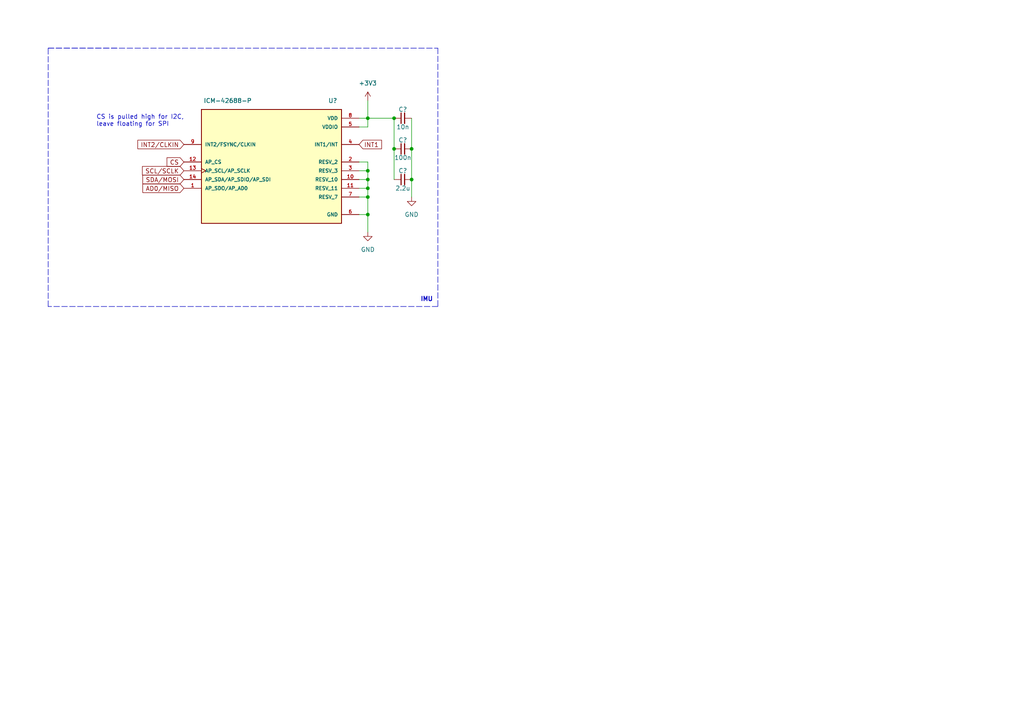
<source format=kicad_sch>
(kicad_sch (version 20211123) (generator eeschema)
  (paper "A4")
  (lib_symbols
    (symbol "Device:C_Small" (pin_numbers hide) (pin_names (offset 0.254) hide)
      (property "Reference" "C" (at 0.254 1.778 0))
      (property "Value" "C_Small" (at 0.254 -2.032 0))
      (symbol "C_Small_0_1"
        (polyline (pts (xy -1.524 -0.508) (xy 1.524 -0.508)) (stroke (width 0.3302)))
        (polyline (pts (xy -1.524 0.508) (xy 1.524 0.508)) (stroke (width 0.3048)))
      )
      (symbol "C_Small_1_1"
        (pin passive line (at 0 2.54 270) (length 2.032) (name "~") (number "1"))
        (pin passive line (at 0 -2.54 90) (length 2.032) (name "~") (number "2"))
      )
    )
    (symbol "icm42688:ICM-42688-P" (pin_names (offset 1.016))
      (property "Reference" "U" (at -20.32 16.002 0))
      (property "Value" "ICM-42688-P" (at -20.32 -20.32 0))
      (symbol "ICM-42688-P_0_0"
        (rectangle (start -20.32 -17.78) (end 20.32 15.24) (stroke (width 0.254)) (fill (type background)))
        (pin bidirectional line (at -25.4 -7.62 0) (length 5.08) (name "AP_SDO/AP_AD0") (number "1"))
        (pin passive line (at 25.4 -5.08 180) (length 5.08) (name "RESV_10") (number "10"))
        (pin passive line (at 25.4 -7.62 180) (length 5.08) (name "RESV_11") (number "11"))
        (pin input line (at -25.4 0 0) (length 5.08) (name "AP_CS") (number "12"))
        (pin input clock (at -25.4 -2.54 0) (length 5.08) (name "AP_SCL/AP_SCLK") (number "13"))
        (pin bidirectional line (at -25.4 -5.08 0) (length 5.08) (name "AP_SDA/AP_SDIO/AP_SDI") (number "14"))
        (pin passive line (at 25.4 0 180) (length 5.08) (name "RESV_2") (number "2"))
        (pin passive line (at 25.4 -2.54 180) (length 5.08) (name "RESV_3") (number "3"))
        (pin output line (at 25.4 5.08 180) (length 5.08) (name "INT1/INT") (number "4"))
        (pin power_in line (at 25.4 10.16 180) (length 5.08) (name "VDDIO") (number "5"))
        (pin power_in line (at 25.4 -15.24 180) (length 5.08) (name "GND") (number "6"))
        (pin passive line (at 25.4 -10.16 180) (length 5.08) (name "RESV_7") (number "7"))
        (pin power_in line (at 25.4 12.7 180) (length 5.08) (name "VDD") (number "8"))
        (pin bidirectional line (at -25.4 5.08 0) (length 5.08) (name "INT2/FSYNC/CLKIN") (number "9"))
      )
    )
    (symbol "power:+3V3" (power) (pin_names (offset 0))
      (property "Value" "+3V3" (at 0 3.556 0))
      (symbol "+3V3_0_1"
        (polyline (pts (xy -0.762 1.27) (xy 0 2.54)))
        (polyline (pts (xy 0 0) (xy 0 2.54)))
        (polyline (pts (xy 0 2.54) (xy 0.762 1.27)))
      )
      (symbol "+3V3_1_1"
        (pin power_in line (at 0 0 90) (length 0) hide (name "+3V3") (number "1"))
      )
    )
    (symbol "power:GND" (power) (pin_names (offset 0))
      (property "Value" "GND" (at 0 -3.81 0))
      (symbol "GND_0_1"
        (polyline (pts (xy 0 0) (xy 0 -1.27) (xy 1.27 -1.27) (xy 0 -2.54) (xy -1.27 -1.27) (xy 0 -1.27)))
      )
      (symbol "GND_1_1"
        (pin power_in line (at 0 0 270) (length 0) hide (name "GND") (number "1"))
      )
    )
  )
  (junction (at 106.68 49.53))
  (junction (at 114.3 34.29))
  (junction (at 106.68 34.29))
  (junction (at 106.68 52.07))
  (junction (at 119.38 52.07))
  (junction (at 106.68 62.23))
  (junction (at 119.38 43.18))
  (junction (at 114.3 43.18))
  (junction (at 106.68 54.61))
  (junction (at 106.68 57.15))
  (wire (pts (xy 104.14 34.29) (xy 106.68 34.29)))
  (wire (pts (xy 114.3 34.29) (xy 114.3 43.18)))
  (polyline (pts (xy 13.97 13.97) (xy 127 13.97)))
  (polyline (pts (xy 13.97 13.97) (xy 34.29 13.97)))
  (polyline (pts (xy 127 13.97) (xy 127 88.9)))
  (wire (pts (xy 119.38 34.29) (xy 119.38 43.18)))
  (wire (pts (xy 106.68 62.23) (xy 106.68 67.31)))
  (wire (pts (xy 106.68 49.53) (xy 106.68 52.07)))
  (wire (pts (xy 104.14 62.23) (xy 106.68 62.23)))
  (wire (pts (xy 106.68 52.07) (xy 106.68 54.61)))
  (wire (pts (xy 104.14 57.15) (xy 106.68 57.15)))
  (wire (pts (xy 114.3 43.18) (xy 114.3 52.07)))
  (wire (pts (xy 119.38 43.18) (xy 119.38 52.07)))
  (wire (pts (xy 106.68 34.29) (xy 114.3 34.29)))
  (wire (pts (xy 106.68 36.83) (xy 104.14 36.83)))
  (wire (pts (xy 119.38 52.07) (xy 119.38 57.15)))
  (wire (pts (xy 106.68 46.99) (xy 106.68 49.53)))
  (polyline (pts (xy 127 88.9) (xy 13.97 88.9)))
  (wire (pts (xy 106.68 54.61) (xy 106.68 57.15)))
  (wire (pts (xy 104.14 46.99) (xy 106.68 46.99)))
  (wire (pts (xy 106.68 34.29) (xy 106.68 36.83)))
  (wire (pts (xy 106.68 29.21) (xy 106.68 34.29)))
  (polyline (pts (xy 13.97 88.9) (xy 13.97 13.97)))
  (wire (pts (xy 104.14 52.07) (xy 106.68 52.07)))
  (wire (pts (xy 104.14 54.61) (xy 106.68 54.61)))
  (wire (pts (xy 106.68 57.15) (xy 106.68 62.23)))
  (wire (pts (xy 104.14 49.53) (xy 106.68 49.53)))
  (text "CS is pulled high for I2C,\nleave floating for SPI" (at 27.94 36.83 0) (effects (font (size 1.27 1.27)) (justify left bottom)))
  (text "IMU" (at 121.92 87.63 0) (effects (font (size 1.27 1.27) (thickness 0.254) bold) (justify left bottom)))
  (global_label "INT1" (shape input) (at 104.14 41.91 0) (property "Intersheet References" "${INTERSHEET_REFS}" (effects hide)))
  (global_label "SDA{slash}MOSI" (shape input) (at 53.34 52.07 180) (property "Intersheet References" "${INTERSHEET_REFS}" (effects hide)))
  (global_label "SCL{slash}SCLK" (shape input) (at 53.34 49.53 180) (property "Intersheet References" "${INTERSHEET_REFS}" (effects hide)))
  (global_label "INT2{slash}CLKIN" (shape input) (at 53.34 41.91 180) (property "Intersheet References" "${INTERSHEET_REFS}" (effects hide)))
  (global_label "CS" (shape input) (at 53.34 46.99 180) (property "Intersheet References" "${INTERSHEET_REFS}" (effects hide)))
  (global_label "AD0{slash}MISO" (shape input) (at 53.34 54.61 180) (property "Intersheet References" "${INTERSHEET_REFS}" (effects hide)))
  (symbol (lib_id "Device:C_Small") (at 116.84 52.07 90) (unit 1)
    (property "Reference" "C?" (at 116.84 49.53 90))
    (property "Value" "2.2u" (at 116.84 54.61 90))
  )
  (symbol (lib_id "power:+3V3") (at 106.68 29.21 0) (unit 1)
    (property "Reference" "#PWR?" (effects hide))
    (property "Value" "+3V3" (at 106.68 24.13 0))
  )
  (symbol (lib_id "Device:C_Small") (at 116.84 43.18 90) (unit 1)
    (property "Reference" "C?" (at 116.84 40.64 90))
    (property "Value" "100n" (at 116.84 45.72 90))
  )
  (symbol (lib_id "icm42688:ICM-42688-P") (at 78.74 46.99 0) (unit 1)
    (property "Reference" "U?" (at 96.52 29.21 0))
    (property "Value" "ICM-42688-P" (at 66.04 29.21 0))
    (property "Footprint" "PQFN50P300X250X97-14N" (effects hide))
    (property "MAXIMUM_PACKAGE_HEIGHT" "0.97mm" (effects hide))
    (property "PARTREV" "1.2" (effects hide))
    (property "STANDARD" "IPC-7351B" (effects hide))
    (property "MANUFACTURER" "TDK InvenSense" (effects hide))
  )
  (symbol (lib_id "power:GND") (at 119.38 57.15 0) (unit 1)
    (property "Reference" "#PWR?" (effects hide))
    (property "Value" "GND" (at 119.38 62.23 0))
  )
  (symbol (lib_id "power:GND") (at 106.68 67.31 0) (unit 1)
    (property "Reference" "#PWR?" (effects hide))
    (property "Value" "GND" (at 106.68 72.39 0))
  )
  (symbol (lib_id "Device:C_Small") (at 116.84 34.29 90) (unit 1)
    (property "Reference" "C?" (at 116.84 31.75 90))
    (property "Value" "10n" (at 116.84 36.83 90))
  )
)
</source>
